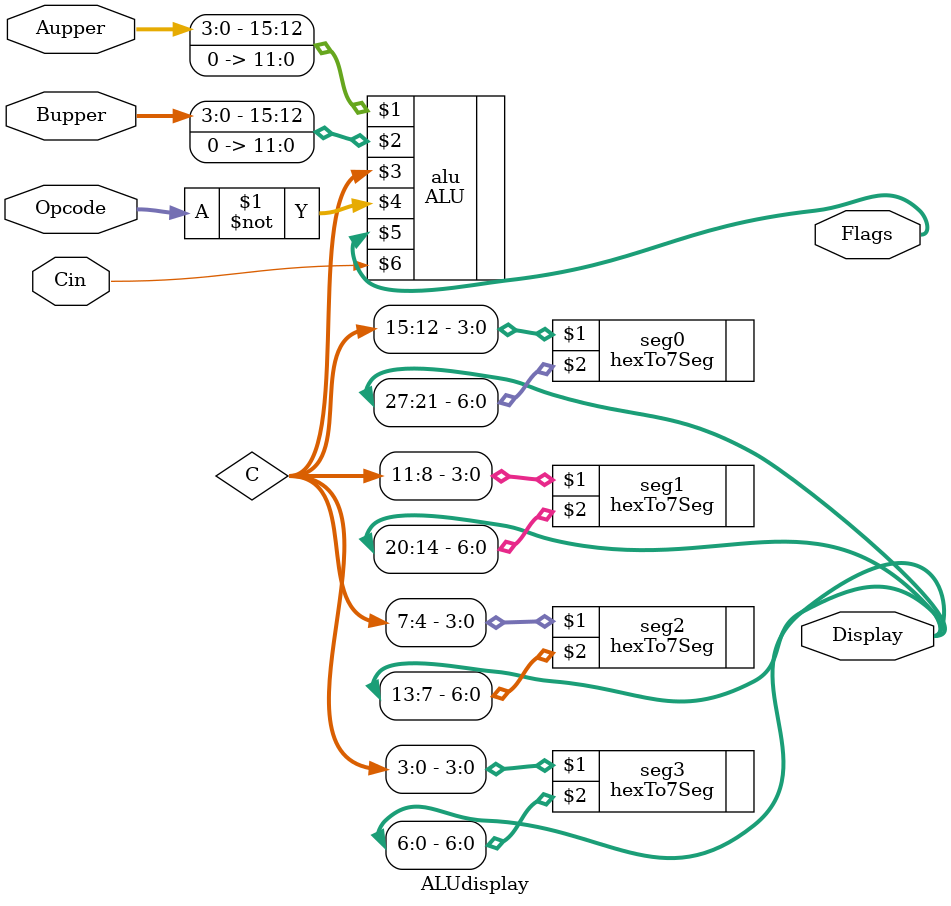
<source format=v>
`timescale 1ns / 1ps
module ALUdisplay(Aupper, Bupper, Opcode, Cin, Flags, Display);
input [3:0] Aupper, Bupper, Opcode;
input Cin;
output [4:0] Flags;
output [27:0] Display;

wire [15:0] C;

ALU alu ({Aupper, 12'b0}, {Bupper, 12'b0}, C, ~Opcode, Flags, Cin);

hexTo7Seg seg0(C[15:12], Display[27:21]);
hexTo7Seg seg1(C[11:8], Display[20:14]);
hexTo7Seg seg2(C[7:4], Display[13:7]);
hexTo7Seg seg3(C[3:0], Display[6:0]);

endmodule

</source>
